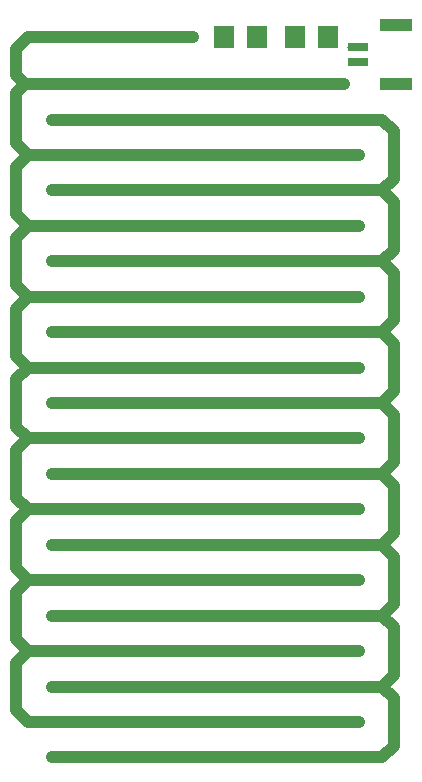
<source format=gbr>
G04 EAGLE Gerber X2 export*
%TF.Part,Single*%
%TF.FileFunction,Soldermask,Top,1*%
%TF.FilePolarity,Negative*%
%TF.GenerationSoftware,Autodesk,EAGLE,9.1.3*%
%TF.CreationDate,2018-12-01T20:35:03Z*%
G75*
%MOMM*%
%FSLAX34Y34*%
%LPD*%
%AMOC8*
5,1,8,0,0,1.08239X$1,22.5*%
G01*
%ADD10C,1.016000*%
%ADD11C,0.152400*%
%ADD12R,1.801600X0.701600*%
%ADD13R,2.801600X1.101600*%
%ADD14R,1.701600X1.904600*%


D10*
X80000Y700000D02*
X320000Y700000D01*
X340000Y700000D02*
X350000Y690000D01*
X350000Y650000D02*
X340000Y640000D01*
X350000Y650000D02*
X350000Y690000D01*
X340000Y640000D02*
X350000Y630000D01*
X350000Y590000D01*
X340000Y580000D01*
X60000Y580000D01*
X60000Y640000D02*
X340000Y640000D01*
X340000Y580000D02*
X350000Y570000D01*
X350000Y530000D01*
X340000Y520000D01*
X60000Y520000D01*
X340000Y520000D02*
X350000Y510000D01*
X350000Y470000D01*
X340000Y460000D01*
X60000Y460000D01*
X340000Y460000D02*
X350000Y450000D01*
X350000Y410000D01*
X340000Y400000D01*
X60000Y400000D01*
X340000Y400000D02*
X350000Y390000D01*
X350000Y350000D01*
X340000Y340000D01*
X60000Y340000D01*
X340000Y340000D02*
X350000Y330000D01*
X350000Y290000D01*
X340000Y280000D01*
X60000Y280000D01*
X340000Y280000D02*
X350000Y270000D01*
X350000Y230000D01*
X340000Y220000D01*
X60000Y220000D01*
X340000Y220000D02*
X350000Y210000D01*
X350000Y170000D01*
X340000Y160000D01*
X60000Y160000D01*
D11*
X210000Y765780D02*
X205780Y770000D01*
D10*
X180000Y770000D02*
X40000Y770000D01*
X30000Y760000D01*
X30000Y680000D02*
X40000Y670000D01*
X320000Y670000D01*
X40000Y670000D02*
X30000Y660000D01*
X30000Y620000D01*
X40000Y610000D01*
X320000Y610000D01*
X40000Y610000D02*
X30000Y600000D01*
X30000Y560000D01*
X40000Y550000D01*
X320000Y550000D01*
X40000Y550000D02*
X30000Y540000D01*
X30000Y500000D01*
X40000Y490000D01*
X320000Y490000D01*
X40000Y490000D02*
X30000Y480000D01*
X30000Y440000D01*
X40000Y430000D01*
X320000Y430000D01*
X40000Y430000D02*
X30000Y420000D01*
X30000Y380000D01*
X40000Y370000D01*
X320000Y370000D01*
X40000Y370000D02*
X30000Y360000D01*
X30000Y320000D01*
X40000Y310000D01*
X320000Y310000D01*
X40000Y310000D02*
X30000Y300000D01*
X30000Y260000D01*
X40000Y250000D01*
X320000Y250000D01*
X40000Y250000D02*
X30000Y240000D01*
X30000Y200000D01*
X40000Y190000D01*
X320000Y190000D01*
D11*
X210000Y765780D02*
X205780Y770000D01*
D10*
X180000Y770000D02*
X40000Y770000D01*
X30000Y760000D01*
X30000Y680000D02*
X40000Y670000D01*
X320000Y670000D01*
X40000Y670000D02*
X30000Y660000D01*
X30000Y620000D01*
X40000Y610000D01*
X320000Y610000D01*
X40000Y610000D02*
X30000Y600000D01*
X30000Y560000D01*
X40000Y550000D01*
X320000Y550000D01*
X40000Y550000D02*
X30000Y540000D01*
X30000Y500000D01*
X40000Y490000D01*
X320000Y490000D01*
X40000Y490000D02*
X30000Y480000D01*
X30000Y440000D01*
X40000Y430000D01*
X320000Y430000D01*
X40000Y430000D02*
X30000Y420000D01*
X30000Y380000D01*
X40000Y370000D01*
X320000Y370000D01*
X40000Y370000D02*
X30000Y360000D01*
X30000Y320000D01*
X40000Y310000D01*
X320000Y310000D01*
X40000Y310000D02*
X30000Y300000D01*
X30000Y260000D01*
X40000Y250000D01*
X320000Y250000D01*
X40000Y250000D02*
X30000Y240000D01*
X30000Y200000D01*
X40000Y190000D01*
X320000Y190000D01*
D11*
X319600Y761350D02*
X310818Y761350D01*
D10*
X37500Y730000D02*
X30000Y722500D01*
X37500Y730000D02*
X307500Y730000D01*
X30000Y722500D02*
X30000Y680000D01*
X37500Y730000D02*
X30000Y737500D01*
X30000Y760000D01*
X340000Y700000D02*
X350000Y690000D01*
X350000Y650000D02*
X340000Y640000D01*
X350000Y650000D02*
X350000Y690000D01*
X340000Y640000D02*
X350000Y630000D01*
X350000Y590000D01*
X340000Y580000D01*
X60000Y580000D01*
X60000Y640000D02*
X340000Y640000D01*
X340000Y580000D02*
X350000Y570000D01*
X350000Y530000D01*
X340000Y520000D01*
X60000Y520000D01*
X340000Y520000D02*
X350000Y510000D01*
X350000Y470000D01*
X340000Y460000D01*
X60000Y460000D01*
X340000Y460000D02*
X350000Y450000D01*
X350000Y410000D01*
X340000Y400000D01*
X60000Y400000D01*
X340000Y400000D02*
X350000Y390000D01*
X350000Y350000D01*
X340000Y340000D01*
X60000Y340000D01*
X340000Y340000D02*
X350000Y330000D01*
X350000Y290000D01*
X340000Y280000D01*
X60000Y280000D01*
X340000Y280000D02*
X350000Y270000D01*
X350000Y230000D01*
X340000Y220000D01*
X60000Y220000D01*
X340000Y220000D02*
X350000Y210000D01*
X350000Y170000D01*
X340000Y160000D01*
X60000Y160000D01*
X320000Y700000D02*
X340000Y700000D01*
X320000Y700000D02*
X60000Y700000D01*
D12*
X319600Y761350D03*
X319600Y748850D03*
D13*
X351600Y730350D03*
X351600Y779850D03*
D14*
X265780Y770000D03*
X294220Y770000D03*
X205780Y770000D03*
X234220Y770000D03*
M02*

</source>
